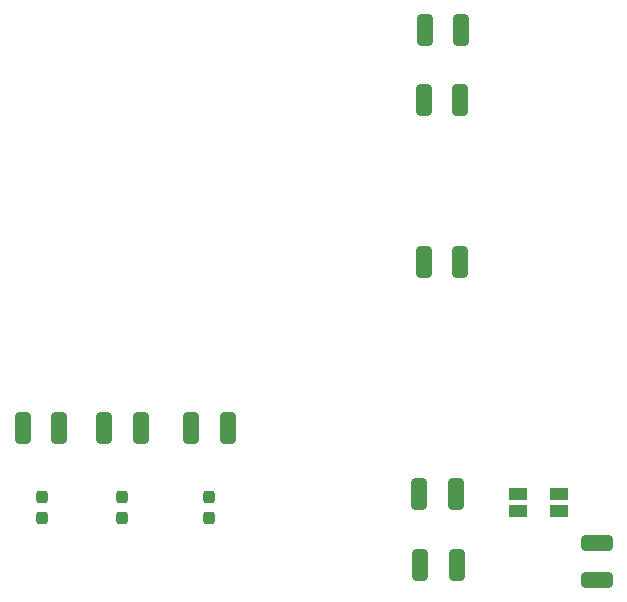
<source format=gbr>
%TF.GenerationSoftware,KiCad,Pcbnew,8.0.3*%
%TF.CreationDate,2024-07-08T01:17:26+08:00*%
%TF.ProjectId,First_pcb,46697273-745f-4706-9362-2e6b69636164,rev?*%
%TF.SameCoordinates,Original*%
%TF.FileFunction,Paste,Top*%
%TF.FilePolarity,Positive*%
%FSLAX46Y46*%
G04 Gerber Fmt 4.6, Leading zero omitted, Abs format (unit mm)*
G04 Created by KiCad (PCBNEW 8.0.3) date 2024-07-08 01:17:26*
%MOMM*%
%LPD*%
G01*
G04 APERTURE LIST*
G04 Aperture macros list*
%AMRoundRect*
0 Rectangle with rounded corners*
0 $1 Rounding radius*
0 $2 $3 $4 $5 $6 $7 $8 $9 X,Y pos of 4 corners*
0 Add a 4 corners polygon primitive as box body*
4,1,4,$2,$3,$4,$5,$6,$7,$8,$9,$2,$3,0*
0 Add four circle primitives for the rounded corners*
1,1,$1+$1,$2,$3*
1,1,$1+$1,$4,$5*
1,1,$1+$1,$6,$7*
1,1,$1+$1,$8,$9*
0 Add four rect primitives between the rounded corners*
20,1,$1+$1,$2,$3,$4,$5,0*
20,1,$1+$1,$4,$5,$6,$7,0*
20,1,$1+$1,$6,$7,$8,$9,0*
20,1,$1+$1,$8,$9,$2,$3,0*%
G04 Aperture macros list end*
%ADD10RoundRect,0.237500X0.237500X-0.287500X0.237500X0.287500X-0.237500X0.287500X-0.237500X-0.287500X0*%
%ADD11RoundRect,0.250000X0.400000X1.075000X-0.400000X1.075000X-0.400000X-1.075000X0.400000X-1.075000X0*%
%ADD12RoundRect,0.250000X-0.400000X-1.075000X0.400000X-1.075000X0.400000X1.075000X-0.400000X1.075000X0*%
%ADD13RoundRect,0.250000X1.075000X-0.400000X1.075000X0.400000X-1.075000X0.400000X-1.075000X-0.400000X0*%
%ADD14R,1.500000X1.000000*%
G04 APERTURE END LIST*
D10*
%TO.C,D3*%
X112500000Y-99200000D03*
X112500000Y-97450000D03*
%TD*%
D11*
%TO.C,R7*%
X147650000Y-103200000D03*
X144550000Y-103200000D03*
%TD*%
D12*
%TO.C,R4*%
X125150000Y-91600000D03*
X128250000Y-91600000D03*
%TD*%
D11*
%TO.C,R9*%
X147600000Y-97200000D03*
X144500000Y-97200000D03*
%TD*%
D10*
%TO.C,D1*%
X126700000Y-99200000D03*
X126700000Y-97450000D03*
%TD*%
D12*
%TO.C,R6*%
X110900000Y-91600000D03*
X114000000Y-91600000D03*
%TD*%
D10*
%TO.C,D2*%
X119300000Y-99200000D03*
X119300000Y-97450000D03*
%TD*%
D13*
%TO.C,R8*%
X159500000Y-104450000D03*
X159500000Y-101350000D03*
%TD*%
D11*
%TO.C,R3*%
X147950000Y-77500000D03*
X144850000Y-77500000D03*
%TD*%
D12*
%TO.C,R5*%
X117800000Y-91600000D03*
X120900000Y-91600000D03*
%TD*%
D11*
%TO.C,R1*%
X148050000Y-57900000D03*
X144950000Y-57900000D03*
%TD*%
D14*
%TO.C,D4*%
X152800000Y-97200000D03*
X152800000Y-98600000D03*
X156300000Y-98600000D03*
X156300000Y-97200000D03*
%TD*%
D11*
%TO.C,R2*%
X147950000Y-63800000D03*
X144850000Y-63800000D03*
%TD*%
M02*

</source>
